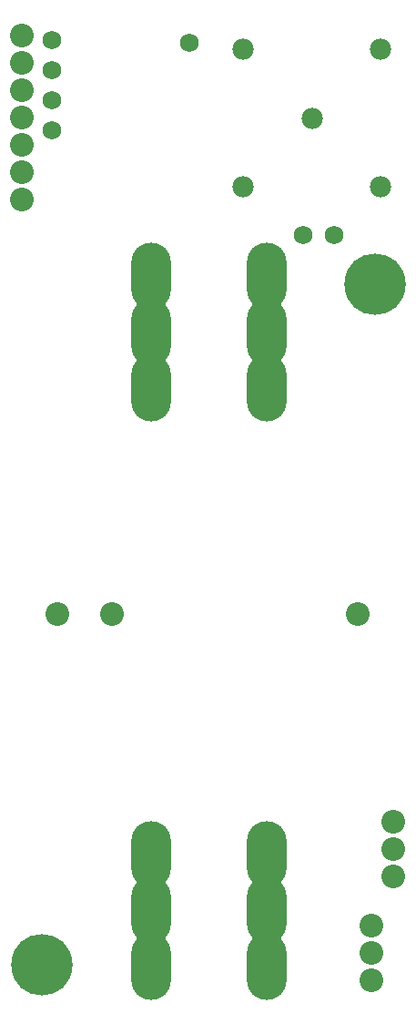
<source format=gbs>
G04*
G04 #@! TF.GenerationSoftware,Altium Limited,Altium Designer,19.1.9 (167)*
G04*
G04 Layer_Color=16711935*
%FSLAX25Y25*%
%MOIN*%
G70*
G01*
G75*
%ADD48C,0.08674*%
%ADD49C,0.06902*%
%ADD50O,0.14580X0.24422*%
%ADD51C,0.22453*%
%ADD52C,0.07800*%
D48*
X105000Y450000D02*
D03*
Y430000D02*
D03*
Y440000D02*
D03*
Y420000D02*
D03*
Y410000D02*
D03*
Y400000D02*
D03*
Y460000D02*
D03*
X241000Y172500D02*
D03*
Y162500D02*
D03*
Y152500D02*
D03*
X233000Y134500D02*
D03*
Y124500D02*
D03*
Y114500D02*
D03*
X228000Y248539D02*
D03*
X138000Y248500D02*
D03*
X118000D02*
D03*
D49*
X166500Y457500D02*
D03*
X116000Y436500D02*
D03*
Y447500D02*
D03*
Y458500D02*
D03*
Y425500D02*
D03*
X219500Y387000D02*
D03*
X208000D02*
D03*
D50*
X152240Y331028D02*
D03*
Y351500D02*
D03*
Y372012D02*
D03*
X194760D02*
D03*
Y351500D02*
D03*
Y331028D02*
D03*
X152240Y119528D02*
D03*
Y140000D02*
D03*
Y160512D02*
D03*
X194760D02*
D03*
Y140000D02*
D03*
Y119528D02*
D03*
D51*
X112500Y120000D02*
D03*
X234500Y369000D02*
D03*
D52*
X186100Y455000D02*
D03*
X236500D02*
D03*
Y404600D02*
D03*
X186100D02*
D03*
X211300Y429800D02*
D03*
M02*

</source>
